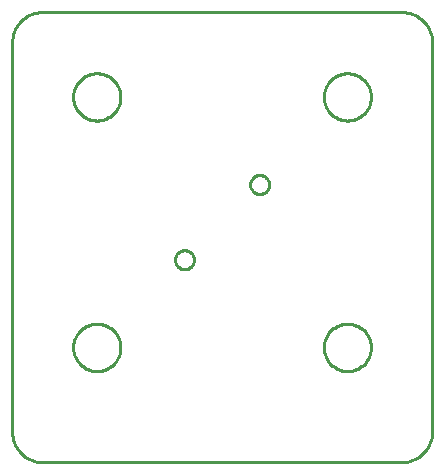
<source format=gbr>
G04 EAGLE Gerber RS-274X export*
G75*
%MOMM*%
%FSLAX34Y34*%
%LPD*%
%IN*%
%IPPOS*%
%AMOC8*
5,1,8,0,0,1.08239X$1,22.5*%
G01*
%ADD10C,0.254000*%


D10*
X-177800Y-177800D02*
X-177703Y-180014D01*
X-177414Y-182211D01*
X-176935Y-184374D01*
X-176268Y-186487D01*
X-175420Y-188535D01*
X-174397Y-190500D01*
X-173206Y-192369D01*
X-171858Y-194127D01*
X-170361Y-195761D01*
X-168727Y-197258D01*
X-166969Y-198606D01*
X-165100Y-199797D01*
X-163135Y-200820D01*
X-161087Y-201668D01*
X-158974Y-202335D01*
X-156811Y-202814D01*
X-154614Y-203103D01*
X-152400Y-203200D01*
X152400Y-203200D01*
X154614Y-203103D01*
X156811Y-202814D01*
X158974Y-202335D01*
X161087Y-201668D01*
X163135Y-200820D01*
X165100Y-199797D01*
X166969Y-198606D01*
X168727Y-197258D01*
X170361Y-195761D01*
X171858Y-194127D01*
X173206Y-192369D01*
X174397Y-190500D01*
X175420Y-188535D01*
X176268Y-186487D01*
X176935Y-184374D01*
X177414Y-182211D01*
X177703Y-180014D01*
X177800Y-177800D01*
X177800Y152400D01*
X177703Y154614D01*
X177414Y156811D01*
X176935Y158974D01*
X176268Y161087D01*
X175420Y163135D01*
X174397Y165100D01*
X173206Y166969D01*
X171858Y168727D01*
X170361Y170361D01*
X168727Y171858D01*
X166969Y173206D01*
X165100Y174397D01*
X163135Y175420D01*
X161087Y176268D01*
X158974Y176935D01*
X156811Y177414D01*
X154614Y177703D01*
X152400Y177800D01*
X-152400Y177800D01*
X-154614Y177703D01*
X-156811Y177414D01*
X-158974Y176935D01*
X-161087Y176268D01*
X-163135Y175420D01*
X-165100Y174397D01*
X-166969Y173206D01*
X-168727Y171858D01*
X-170361Y170361D01*
X-171858Y168727D01*
X-173206Y166969D01*
X-174397Y165100D01*
X-175420Y163135D01*
X-176268Y161087D01*
X-176935Y158974D01*
X-177414Y156811D01*
X-177703Y154614D01*
X-177800Y152400D01*
X-177800Y-177800D01*
X-25885Y-37199D02*
X-25386Y-36591D01*
X-24950Y-35938D01*
X-24579Y-35244D01*
X-24278Y-34518D01*
X-24050Y-33766D01*
X-23897Y-32995D01*
X-23820Y-32213D01*
X-23820Y-31427D01*
X-23897Y-30645D01*
X-24050Y-29874D01*
X-24278Y-29121D01*
X-24579Y-28395D01*
X-24950Y-27702D01*
X-25386Y-27048D01*
X-25885Y-26441D01*
X-26441Y-25885D01*
X-27048Y-25386D01*
X-27702Y-24950D01*
X-28395Y-24579D01*
X-29121Y-24278D01*
X-29874Y-24050D01*
X-30645Y-23897D01*
X-31427Y-23820D01*
X-32213Y-23820D01*
X-32995Y-23897D01*
X-33766Y-24050D01*
X-34518Y-24278D01*
X-35244Y-24579D01*
X-35938Y-24950D01*
X-36591Y-25386D01*
X-37199Y-25885D01*
X-37755Y-26441D01*
X-38253Y-27048D01*
X-38690Y-27702D01*
X-39060Y-28395D01*
X-39361Y-29121D01*
X-39589Y-29874D01*
X-39743Y-30645D01*
X-39820Y-31427D01*
X-39820Y-32213D01*
X-39743Y-32995D01*
X-39589Y-33766D01*
X-39361Y-34518D01*
X-39060Y-35244D01*
X-38690Y-35938D01*
X-38253Y-36591D01*
X-37755Y-37199D01*
X-37199Y-37755D01*
X-36591Y-38253D01*
X-35938Y-38690D01*
X-35244Y-39060D01*
X-34518Y-39361D01*
X-33766Y-39589D01*
X-32995Y-39743D01*
X-32213Y-39820D01*
X-31427Y-39820D01*
X-30645Y-39743D01*
X-29874Y-39589D01*
X-29121Y-39361D01*
X-28395Y-39060D01*
X-27702Y-38690D01*
X-27048Y-38253D01*
X-26441Y-37755D01*
X-25885Y-37199D01*
X37755Y26441D02*
X38253Y27048D01*
X38690Y27702D01*
X39060Y28395D01*
X39361Y29121D01*
X39589Y29874D01*
X39743Y30645D01*
X39820Y31427D01*
X39820Y32213D01*
X39743Y32995D01*
X39589Y33766D01*
X39361Y34518D01*
X39060Y35244D01*
X38690Y35938D01*
X38253Y36591D01*
X37755Y37199D01*
X37199Y37755D01*
X36591Y38253D01*
X35938Y38690D01*
X35244Y39060D01*
X34518Y39361D01*
X33766Y39589D01*
X32995Y39743D01*
X32213Y39820D01*
X31427Y39820D01*
X30645Y39743D01*
X29874Y39589D01*
X29121Y39361D01*
X28395Y39060D01*
X27702Y38690D01*
X27048Y38253D01*
X26441Y37755D01*
X25885Y37199D01*
X25386Y36591D01*
X24950Y35938D01*
X24579Y35244D01*
X24278Y34518D01*
X24050Y33766D01*
X23897Y32995D01*
X23820Y32213D01*
X23820Y31427D01*
X23897Y30645D01*
X24050Y29874D01*
X24278Y29121D01*
X24579Y28395D01*
X24950Y27702D01*
X25386Y27048D01*
X25885Y26441D01*
X26441Y25885D01*
X27048Y25386D01*
X27702Y24950D01*
X28395Y24579D01*
X29121Y24278D01*
X29874Y24050D01*
X30645Y23897D01*
X31427Y23820D01*
X32213Y23820D01*
X32995Y23897D01*
X33766Y24050D01*
X34518Y24278D01*
X35244Y24579D01*
X35938Y24950D01*
X36591Y25386D01*
X37199Y25885D01*
X37755Y26441D01*
X-91497Y-119781D02*
X-90695Y-118876D01*
X-89950Y-117925D01*
X-89263Y-116930D01*
X-88638Y-115896D01*
X-88076Y-114825D01*
X-87580Y-113723D01*
X-87151Y-112593D01*
X-86792Y-111439D01*
X-86503Y-110266D01*
X-86285Y-109077D01*
X-86139Y-107877D01*
X-86066Y-106670D01*
X-86066Y-105462D01*
X-86139Y-104255D01*
X-86285Y-103055D01*
X-86503Y-101866D01*
X-86792Y-100693D01*
X-87151Y-99539D01*
X-87580Y-98409D01*
X-88076Y-97307D01*
X-88638Y-96236D01*
X-89263Y-95202D01*
X-89950Y-94207D01*
X-90695Y-93256D01*
X-91497Y-92351D01*
X-92351Y-91497D01*
X-93256Y-90695D01*
X-94207Y-89950D01*
X-95202Y-89263D01*
X-96236Y-88638D01*
X-97307Y-88076D01*
X-98409Y-87580D01*
X-99539Y-87151D01*
X-100693Y-86792D01*
X-101866Y-86503D01*
X-103055Y-86285D01*
X-104255Y-86139D01*
X-105462Y-86066D01*
X-106670Y-86066D01*
X-107877Y-86139D01*
X-109077Y-86285D01*
X-110266Y-86503D01*
X-111439Y-86792D01*
X-112593Y-87151D01*
X-113723Y-87580D01*
X-114825Y-88076D01*
X-115896Y-88638D01*
X-116930Y-89263D01*
X-117925Y-89950D01*
X-118876Y-90695D01*
X-119781Y-91497D01*
X-120635Y-92351D01*
X-121437Y-93256D01*
X-122182Y-94207D01*
X-122869Y-95202D01*
X-123494Y-96236D01*
X-124056Y-97307D01*
X-124552Y-98409D01*
X-124981Y-99539D01*
X-125340Y-100693D01*
X-125629Y-101866D01*
X-125847Y-103055D01*
X-125993Y-104255D01*
X-126066Y-105462D01*
X-126066Y-106670D01*
X-125993Y-107877D01*
X-125847Y-109077D01*
X-125629Y-110266D01*
X-125340Y-111439D01*
X-124981Y-112593D01*
X-124552Y-113723D01*
X-124056Y-114825D01*
X-123494Y-115896D01*
X-122869Y-116930D01*
X-122182Y-117925D01*
X-121437Y-118876D01*
X-120635Y-119781D01*
X-119781Y-120635D01*
X-118876Y-121437D01*
X-117925Y-122182D01*
X-116930Y-122869D01*
X-115896Y-123494D01*
X-114825Y-124056D01*
X-113723Y-124552D01*
X-112593Y-124981D01*
X-111439Y-125340D01*
X-110266Y-125629D01*
X-109077Y-125847D01*
X-107877Y-125993D01*
X-106670Y-126066D01*
X-105462Y-126066D01*
X-104255Y-125993D01*
X-103055Y-125847D01*
X-101866Y-125629D01*
X-100693Y-125340D01*
X-99539Y-124981D01*
X-98409Y-124552D01*
X-97307Y-124056D01*
X-96236Y-123494D01*
X-95202Y-122869D01*
X-94207Y-122182D01*
X-93256Y-121437D01*
X-92351Y-120635D01*
X-91497Y-119781D01*
X120635Y92351D02*
X121437Y93256D01*
X122182Y94207D01*
X122869Y95202D01*
X123494Y96236D01*
X124056Y97307D01*
X124552Y98409D01*
X124981Y99539D01*
X125340Y100693D01*
X125629Y101866D01*
X125847Y103055D01*
X125993Y104255D01*
X126066Y105462D01*
X126066Y106670D01*
X125993Y107877D01*
X125847Y109077D01*
X125629Y110266D01*
X125340Y111439D01*
X124981Y112593D01*
X124552Y113723D01*
X124056Y114825D01*
X123494Y115896D01*
X122869Y116930D01*
X122182Y117925D01*
X121437Y118876D01*
X120635Y119781D01*
X119781Y120635D01*
X118876Y121437D01*
X117925Y122182D01*
X116930Y122869D01*
X115896Y123494D01*
X114825Y124056D01*
X113723Y124552D01*
X112593Y124981D01*
X111439Y125340D01*
X110266Y125629D01*
X109077Y125847D01*
X107877Y125993D01*
X106670Y126066D01*
X105462Y126066D01*
X104255Y125993D01*
X103055Y125847D01*
X101866Y125629D01*
X100693Y125340D01*
X99539Y124981D01*
X98409Y124552D01*
X97307Y124056D01*
X96236Y123494D01*
X95202Y122869D01*
X94207Y122182D01*
X93256Y121437D01*
X92351Y120635D01*
X91497Y119781D01*
X90695Y118876D01*
X89950Y117925D01*
X89263Y116930D01*
X88638Y115896D01*
X88076Y114825D01*
X87580Y113723D01*
X87151Y112593D01*
X86792Y111439D01*
X86503Y110266D01*
X86285Y109077D01*
X86139Y107877D01*
X86066Y106670D01*
X86066Y105462D01*
X86139Y104255D01*
X86285Y103055D01*
X86503Y101866D01*
X86792Y100693D01*
X87151Y99539D01*
X87580Y98409D01*
X88076Y97307D01*
X88638Y96236D01*
X89263Y95202D01*
X89950Y94207D01*
X90695Y93256D01*
X91497Y92351D01*
X92351Y91497D01*
X93256Y90695D01*
X94207Y89950D01*
X95202Y89263D01*
X96236Y88638D01*
X97307Y88076D01*
X98409Y87580D01*
X99539Y87151D01*
X100693Y86792D01*
X101866Y86503D01*
X103055Y86285D01*
X104255Y86139D01*
X105462Y86066D01*
X106670Y86066D01*
X107877Y86139D01*
X109077Y86285D01*
X110266Y86503D01*
X111439Y86792D01*
X112593Y87151D01*
X113723Y87580D01*
X114825Y88076D01*
X115896Y88638D01*
X116930Y89263D01*
X117925Y89950D01*
X118876Y90695D01*
X119781Y91497D01*
X120635Y92351D01*
X-91497Y92351D02*
X-90695Y93256D01*
X-89950Y94207D01*
X-89263Y95202D01*
X-88638Y96236D01*
X-88076Y97307D01*
X-87580Y98409D01*
X-87151Y99539D01*
X-86792Y100693D01*
X-86503Y101866D01*
X-86285Y103055D01*
X-86139Y104255D01*
X-86066Y105462D01*
X-86066Y106670D01*
X-86139Y107877D01*
X-86285Y109077D01*
X-86503Y110266D01*
X-86792Y111439D01*
X-87151Y112593D01*
X-87580Y113723D01*
X-88076Y114825D01*
X-88638Y115896D01*
X-89263Y116930D01*
X-89950Y117925D01*
X-90695Y118876D01*
X-91497Y119781D01*
X-92351Y120635D01*
X-93256Y121437D01*
X-94207Y122182D01*
X-95202Y122869D01*
X-96236Y123494D01*
X-97307Y124056D01*
X-98409Y124552D01*
X-99539Y124981D01*
X-100693Y125340D01*
X-101866Y125629D01*
X-103055Y125847D01*
X-104255Y125993D01*
X-105462Y126066D01*
X-106670Y126066D01*
X-107877Y125993D01*
X-109077Y125847D01*
X-110266Y125629D01*
X-111439Y125340D01*
X-112593Y124981D01*
X-113723Y124552D01*
X-114825Y124056D01*
X-115896Y123494D01*
X-116930Y122869D01*
X-117925Y122182D01*
X-118876Y121437D01*
X-119781Y120635D01*
X-120635Y119781D01*
X-121437Y118876D01*
X-122182Y117925D01*
X-122869Y116930D01*
X-123494Y115896D01*
X-124056Y114825D01*
X-124552Y113723D01*
X-124981Y112593D01*
X-125340Y111439D01*
X-125629Y110266D01*
X-125847Y109077D01*
X-125993Y107877D01*
X-126066Y106670D01*
X-126066Y105462D01*
X-125993Y104255D01*
X-125847Y103055D01*
X-125629Y101866D01*
X-125340Y100693D01*
X-124981Y99539D01*
X-124552Y98409D01*
X-124056Y97307D01*
X-123494Y96236D01*
X-122869Y95202D01*
X-122182Y94207D01*
X-121437Y93256D01*
X-120635Y92351D01*
X-119781Y91497D01*
X-118876Y90695D01*
X-117925Y89950D01*
X-116930Y89263D01*
X-115896Y88638D01*
X-114825Y88076D01*
X-113723Y87580D01*
X-112593Y87151D01*
X-111439Y86792D01*
X-110266Y86503D01*
X-109077Y86285D01*
X-107877Y86139D01*
X-106670Y86066D01*
X-105462Y86066D01*
X-104255Y86139D01*
X-103055Y86285D01*
X-101866Y86503D01*
X-100693Y86792D01*
X-99539Y87151D01*
X-98409Y87580D01*
X-97307Y88076D01*
X-96236Y88638D01*
X-95202Y89263D01*
X-94207Y89950D01*
X-93256Y90695D01*
X-92351Y91497D01*
X-91497Y92351D01*
X120635Y-119781D02*
X121437Y-118876D01*
X122182Y-117925D01*
X122869Y-116930D01*
X123494Y-115896D01*
X124056Y-114825D01*
X124552Y-113723D01*
X124981Y-112593D01*
X125340Y-111439D01*
X125629Y-110266D01*
X125847Y-109077D01*
X125993Y-107877D01*
X126066Y-106670D01*
X126066Y-105462D01*
X125993Y-104255D01*
X125847Y-103055D01*
X125629Y-101866D01*
X125340Y-100693D01*
X124981Y-99539D01*
X124552Y-98409D01*
X124056Y-97307D01*
X123494Y-96236D01*
X122869Y-95202D01*
X122182Y-94207D01*
X121437Y-93256D01*
X120635Y-92351D01*
X119781Y-91497D01*
X118876Y-90695D01*
X117925Y-89950D01*
X116930Y-89263D01*
X115896Y-88638D01*
X114825Y-88076D01*
X113723Y-87580D01*
X112593Y-87151D01*
X111439Y-86792D01*
X110266Y-86503D01*
X109077Y-86285D01*
X107877Y-86139D01*
X106670Y-86066D01*
X105462Y-86066D01*
X104255Y-86139D01*
X103055Y-86285D01*
X101866Y-86503D01*
X100693Y-86792D01*
X99539Y-87151D01*
X98409Y-87580D01*
X97307Y-88076D01*
X96236Y-88638D01*
X95202Y-89263D01*
X94207Y-89950D01*
X93256Y-90695D01*
X92351Y-91497D01*
X91497Y-92351D01*
X90695Y-93256D01*
X89950Y-94207D01*
X89263Y-95202D01*
X88638Y-96236D01*
X88076Y-97307D01*
X87580Y-98409D01*
X87151Y-99539D01*
X86792Y-100693D01*
X86503Y-101866D01*
X86285Y-103055D01*
X86139Y-104255D01*
X86066Y-105462D01*
X86066Y-106670D01*
X86139Y-107877D01*
X86285Y-109077D01*
X86503Y-110266D01*
X86792Y-111439D01*
X87151Y-112593D01*
X87580Y-113723D01*
X88076Y-114825D01*
X88638Y-115896D01*
X89263Y-116930D01*
X89950Y-117925D01*
X90695Y-118876D01*
X91497Y-119781D01*
X92351Y-120635D01*
X93256Y-121437D01*
X94207Y-122182D01*
X95202Y-122869D01*
X96236Y-123494D01*
X97307Y-124056D01*
X98409Y-124552D01*
X99539Y-124981D01*
X100693Y-125340D01*
X101866Y-125629D01*
X103055Y-125847D01*
X104255Y-125993D01*
X105462Y-126066D01*
X106670Y-126066D01*
X107877Y-125993D01*
X109077Y-125847D01*
X110266Y-125629D01*
X111439Y-125340D01*
X112593Y-124981D01*
X113723Y-124552D01*
X114825Y-124056D01*
X115896Y-123494D01*
X116930Y-122869D01*
X117925Y-122182D01*
X118876Y-121437D01*
X119781Y-120635D01*
X120635Y-119781D01*
M02*

</source>
